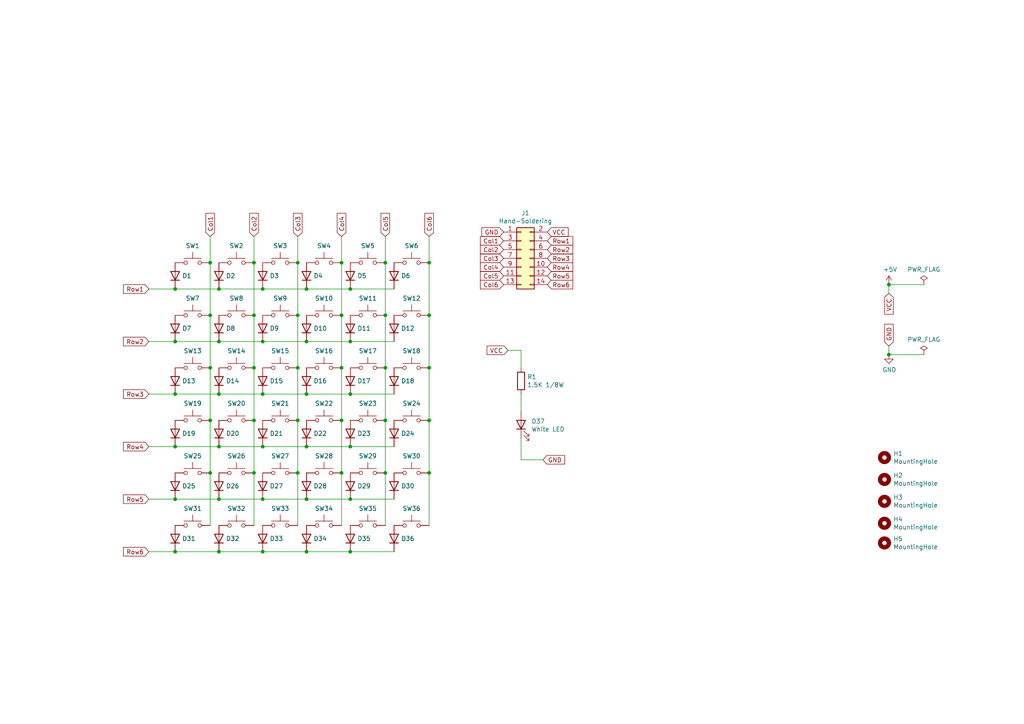
<source format=kicad_sch>
(kicad_sch (version 20211123) (generator eeschema)
  (paper "A4")
  (title_block (title "Pragmatic Input Module") (date "2021-11-20") (rev "v0.2") (company "Designed by James Sa"))
  (lib_symbols
    (symbol "Connector_Generic:Conn_02x07_Odd_Even" (pin_names (offset 1.016) hide)
      (property "Reference" "J" (at 1.27 10.16 0))
      (property "Value" "Conn_02x07_Odd_Even" (at 1.27 -10.16 0))
      (symbol "Conn_02x07_Odd_Even_1_1"
        (rectangle (start -1.27 -7.493) (end 0 -7.747) (stroke (width 0.1524)))
        (rectangle (start -1.27 -4.953) (end 0 -5.207) (stroke (width 0.1524)))
        (rectangle (start -1.27 -2.413) (end 0 -2.667) (stroke (width 0.1524)))
        (rectangle (start -1.27 0.127) (end 0 -0.127) (stroke (width 0.1524)))
        (rectangle (start -1.27 2.667) (end 0 2.413) (stroke (width 0.1524)))
        (rectangle (start -1.27 5.207) (end 0 4.953) (stroke (width 0.1524)))
        (rectangle (start -1.27 7.747) (end 0 7.493) (stroke (width 0.1524)))
        (rectangle (start -1.27 8.89) (end 3.81 -8.89) (stroke (width 0.254)) (fill (type background)))
        (rectangle (start 3.81 -7.493) (end 2.54 -7.747) (stroke (width 0.1524)))
        (rectangle (start 3.81 -4.953) (end 2.54 -5.207) (stroke (width 0.1524)))
        (rectangle (start 3.81 -2.413) (end 2.54 -2.667) (stroke (width 0.1524)))
        (rectangle (start 3.81 0.127) (end 2.54 -0.127) (stroke (width 0.1524)))
        (rectangle (start 3.81 2.667) (end 2.54 2.413) (stroke (width 0.1524)))
        (rectangle (start 3.81 5.207) (end 2.54 4.953) (stroke (width 0.1524)))
        (rectangle (start 3.81 7.747) (end 2.54 7.493) (stroke (width 0.1524)))
        (pin passive line (at -5.08 7.62 0) (length 3.81) (name "Pin_1") (number "1"))
        (pin passive line (at 7.62 -2.54 180) (length 3.81) (name "Pin_10") (number "10"))
        (pin passive line (at -5.08 -5.08 0) (length 3.81) (name "Pin_11") (number "11"))
        (pin passive line (at 7.62 -5.08 180) (length 3.81) (name "Pin_12") (number "12"))
        (pin passive line (at -5.08 -7.62 0) (length 3.81) (name "Pin_13") (number "13"))
        (pin passive line (at 7.62 -7.62 180) (length 3.81) (name "Pin_14") (number "14"))
        (pin passive line (at 7.62 7.62 180) (length 3.81) (name "Pin_2") (number "2"))
        (pin passive line (at -5.08 5.08 0) (length 3.81) (name "Pin_3") (number "3"))
        (pin passive line (at 7.62 5.08 180) (length 3.81) (name "Pin_4") (number "4"))
        (pin passive line (at -5.08 2.54 0) (length 3.81) (name "Pin_5") (number "5"))
        (pin passive line (at 7.62 2.54 180) (length 3.81) (name "Pin_6") (number "6"))
        (pin passive line (at -5.08 0 0) (length 3.81) (name "Pin_7") (number "7"))
        (pin passive line (at 7.62 0 180) (length 3.81) (name "Pin_8") (number "8"))
        (pin passive line (at -5.08 -2.54 0) (length 3.81) (name "Pin_9") (number "9"))
      )
    )
    (symbol "Device:D" (pin_numbers hide) (pin_names (offset 1.016) hide)
      (property "Reference" "D" (at 0 2.54 0))
      (property "Value" "D" (at 0 -2.54 0))
      (symbol "D_0_1"
        (polyline (pts (xy -1.27 1.27) (xy -1.27 -1.27)) (stroke (width 0.254)))
        (polyline (pts (xy 1.27 0) (xy -1.27 0)))
        (polyline (pts (xy 1.27 1.27) (xy 1.27 -1.27) (xy -1.27 0) (xy 1.27 1.27)) (stroke (width 0.254)))
      )
      (symbol "D_1_1"
        (pin passive line (at -3.81 0 0) (length 2.54) (name "K") (number "1"))
        (pin passive line (at 3.81 0 180) (length 2.54) (name "A") (number "2"))
      )
    )
    (symbol "Device:LED" (pin_numbers hide) (pin_names (offset 1.016) hide)
      (property "Reference" "D" (at 0 2.54 0))
      (property "Value" "LED" (at 0 -2.54 0))
      (symbol "LED_0_1"
        (polyline (pts (xy -1.27 -1.27) (xy -1.27 1.27)) (stroke (width 0.254)))
        (polyline (pts (xy -1.27 0) (xy 1.27 0)))
        (polyline (pts (xy 1.27 -1.27) (xy 1.27 1.27) (xy -1.27 0) (xy 1.27 -1.27)) (stroke (width 0.254)))
        (polyline (pts (xy -3.048 -0.762) (xy -4.572 -2.286) (xy -3.81 -2.286) (xy -4.572 -2.286) (xy -4.572 -1.524)))
        (polyline (pts (xy -1.778 -0.762) (xy -3.302 -2.286) (xy -2.54 -2.286) (xy -3.302 -2.286) (xy -3.302 -1.524)))
      )
      (symbol "LED_1_1"
        (pin passive line (at -3.81 0 0) (length 2.54) (name "K") (number "1"))
        (pin passive line (at 3.81 0 180) (length 2.54) (name "A") (number "2"))
      )
    )
    (symbol "Device:R" (pin_numbers hide) (pin_names (offset 0))
      (property "Reference" "R" (at 2.032 0 90))
      (property "Value" "R" (at 0 0 90))
      (symbol "R_0_1"
        (rectangle (start -1.016 -2.54) (end 1.016 2.54) (stroke (width 0.254)))
      )
      (symbol "R_1_1"
        (pin passive line (at 0 3.81 270) (length 1.27) (name "~") (number "1"))
        (pin passive line (at 0 -3.81 90) (length 1.27) (name "~") (number "2"))
      )
    )
    (symbol "Mechanical:MountingHole" (pin_names (offset 1.016))
      (property "Reference" "H" (at 0 5.08 0))
      (property "Value" "MountingHole" (at 0 3.175 0))
      (symbol "MountingHole_0_1"
        (circle (center 0 0) (radius 1.27) (stroke (width 1.27)))
      )
    )
    (symbol "Switch:SW_Push" (pin_numbers hide) (pin_names (offset 1.016) hide)
      (property "Reference" "SW" (at 1.27 2.54 0))
      (property "Value" "SW_Push" (at 0 -1.524 0))
      (symbol "SW_Push_0_1"
        (circle (center -2.032 0) (radius 0.508))
        (polyline (pts (xy 0 1.27) (xy 0 3.048)))
        (polyline (pts (xy 2.54 1.27) (xy -2.54 1.27)))
        (circle (center 2.032 0) (radius 0.508))
        (pin passive line (at -5.08 0 0) (length 2.54) (name "1") (number "1"))
        (pin passive line (at 5.08 0 180) (length 2.54) (name "2") (number "2"))
      )
    )
    (symbol "power:+5V" (power) (pin_names (offset 0))
      (property "Value" "+5V" (at 0 3.556 0))
      (symbol "+5V_0_1"
        (polyline (pts (xy -0.762 1.27) (xy 0 2.54)))
        (polyline (pts (xy 0 0) (xy 0 2.54)))
        (polyline (pts (xy 0 2.54) (xy 0.762 1.27)))
      )
      (symbol "+5V_1_1"
        (pin power_in line (at 0 0 90) (length 0) hide (name "+5V") (number "1"))
      )
    )
    (symbol "power:GND" (power) (pin_names (offset 0))
      (property "Value" "GND" (at 0 -3.81 0))
      (symbol "GND_0_1"
        (polyline (pts (xy 0 0) (xy 0 -1.27) (xy 1.27 -1.27) (xy 0 -2.54) (xy -1.27 -1.27) (xy 0 -1.27)))
      )
      (symbol "GND_1_1"
        (pin power_in line (at 0 0 270) (length 0) hide (name "GND") (number "1"))
      )
    )
    (symbol "power:PWR_FLAG" (power) (pin_numbers hide) (pin_names (offset 0) hide)
      (property "Value" "PWR_FLAG" (at 0 3.81 0))
      (symbol "PWR_FLAG_0_0"
        (pin power_out line (at 0 0 90) (length 0) (name "pwr") (number "1"))
      )
      (symbol "PWR_FLAG_0_1"
        (polyline (pts (xy 0 0) (xy 0 1.27) (xy -1.016 1.905) (xy 0 2.54) (xy 1.016 1.905) (xy 0 1.27)))
      )
    )
  )
  (junction (at 50.8 83.82))
  (junction (at 88.9 129.54))
  (junction (at 111.76 121.92))
  (junction (at 76.2 144.78))
  (junction (at 101.6 99.06))
  (junction (at 124.46 137.16))
  (junction (at 63.5 114.3))
  (junction (at 76.2 129.54))
  (junction (at 101.6 129.54))
  (junction (at 86.36 91.44))
  (junction (at 76.2 114.3))
  (junction (at 257.81 102.87))
  (junction (at 257.81 82.55))
  (junction (at 99.06 91.44))
  (junction (at 124.46 121.92))
  (junction (at 76.2 83.82))
  (junction (at 63.5 129.54))
  (junction (at 73.66 76.2))
  (junction (at 101.6 160.02))
  (junction (at 73.66 121.92))
  (junction (at 86.36 121.92))
  (junction (at 76.2 99.06))
  (junction (at 99.06 137.16))
  (junction (at 50.8 160.02))
  (junction (at 63.5 160.02))
  (junction (at 73.66 137.16))
  (junction (at 60.96 121.92))
  (junction (at 73.66 91.44))
  (junction (at 88.9 114.3))
  (junction (at 101.6 83.82))
  (junction (at 101.6 114.3))
  (junction (at 88.9 83.82))
  (junction (at 88.9 144.78))
  (junction (at 111.76 106.68))
  (junction (at 111.76 76.2))
  (junction (at 50.8 99.06))
  (junction (at 60.96 76.2))
  (junction (at 50.8 144.78))
  (junction (at 99.06 76.2))
  (junction (at 50.8 129.54))
  (junction (at 124.46 91.44))
  (junction (at 99.06 121.92))
  (junction (at 88.9 160.02))
  (junction (at 99.06 106.68))
  (junction (at 86.36 106.68))
  (junction (at 63.5 99.06))
  (junction (at 50.8 114.3))
  (junction (at 73.66 106.68))
  (junction (at 86.36 137.16))
  (junction (at 124.46 76.2))
  (junction (at 60.96 106.68))
  (junction (at 63.5 144.78))
  (junction (at 124.46 106.68))
  (junction (at 111.76 137.16))
  (junction (at 88.9 99.06))
  (junction (at 60.96 91.44))
  (junction (at 111.76 91.44))
  (junction (at 60.96 137.16))
  (junction (at 76.2 160.02))
  (junction (at 86.36 76.2))
  (junction (at 63.5 83.82))
  (junction (at 101.6 144.78))
  (wire (pts (xy 111.76 137.16) (xy 111.76 152.4)))
  (wire (pts (xy 76.2 83.82) (xy 88.9 83.82)))
  (wire (pts (xy 111.76 76.2) (xy 111.76 91.44)))
  (wire (pts (xy 101.6 129.54) (xy 114.3 129.54)))
  (wire (pts (xy 73.66 121.92) (xy 73.66 137.16)))
  (wire (pts (xy 99.06 106.68) (xy 99.06 121.92)))
  (wire (pts (xy 111.76 91.44) (xy 111.76 106.68)))
  (wire (pts (xy 63.5 144.78) (xy 76.2 144.78)))
  (wire (pts (xy 43.18 144.78) (xy 50.8 144.78)))
  (wire (pts (xy 76.2 114.3) (xy 88.9 114.3)))
  (wire (pts (xy 60.96 91.44) (xy 60.96 106.68)))
  (wire (pts (xy 99.06 68.58) (xy 99.06 76.2)))
  (wire (pts (xy 50.8 83.82) (xy 63.5 83.82)))
  (wire (pts (xy 257.81 82.55) (xy 267.97 82.55)))
  (wire (pts (xy 43.18 129.54) (xy 50.8 129.54)))
  (wire (pts (xy 101.6 83.82) (xy 114.3 83.82)))
  (wire (pts (xy 60.96 68.58) (xy 60.96 76.2)))
  (wire (pts (xy 147.32 101.6) (xy 151.13 101.6)))
  (wire (pts (xy 60.96 76.2) (xy 60.96 91.44)))
  (wire (pts (xy 63.5 99.06) (xy 76.2 99.06)))
  (wire (pts (xy 99.06 121.92) (xy 99.06 137.16)))
  (wire (pts (xy 50.8 114.3) (xy 63.5 114.3)))
  (wire (pts (xy 60.96 106.68) (xy 60.96 121.92)))
  (wire (pts (xy 99.06 137.16) (xy 99.06 152.4)))
  (wire (pts (xy 60.96 137.16) (xy 60.96 152.4)))
  (wire (pts (xy 73.66 91.44) (xy 73.66 106.68)))
  (wire (pts (xy 101.6 144.78) (xy 114.3 144.78)))
  (wire (pts (xy 124.46 68.58) (xy 124.46 76.2)))
  (wire (pts (xy 50.8 160.02) (xy 63.5 160.02)))
  (wire (pts (xy 88.9 83.82) (xy 101.6 83.82)))
  (wire (pts (xy 124.46 76.2) (xy 124.46 91.44)))
  (wire (pts (xy 86.36 91.44) (xy 86.36 106.68)))
  (wire (pts (xy 63.5 160.02) (xy 76.2 160.02)))
  (wire (pts (xy 50.8 99.06) (xy 63.5 99.06)))
  (wire (pts (xy 60.96 121.92) (xy 60.96 137.16)))
  (wire (pts (xy 101.6 114.3) (xy 114.3 114.3)))
  (wire (pts (xy 86.36 68.58) (xy 86.36 76.2)))
  (wire (pts (xy 257.81 100.33) (xy 257.81 102.87)))
  (wire (pts (xy 76.2 144.78) (xy 88.9 144.78)))
  (wire (pts (xy 73.66 137.16) (xy 73.66 152.4)))
  (wire (pts (xy 88.9 99.06) (xy 101.6 99.06)))
  (wire (pts (xy 124.46 137.16) (xy 124.46 152.4)))
  (wire (pts (xy 151.13 127) (xy 151.13 133.35)))
  (wire (pts (xy 124.46 121.92) (xy 124.46 137.16)))
  (wire (pts (xy 88.9 114.3) (xy 101.6 114.3)))
  (wire (pts (xy 101.6 99.06) (xy 114.3 99.06)))
  (wire (pts (xy 63.5 129.54) (xy 76.2 129.54)))
  (wire (pts (xy 43.18 114.3) (xy 50.8 114.3)))
  (wire (pts (xy 86.36 137.16) (xy 86.36 152.4)))
  (wire (pts (xy 124.46 91.44) (xy 124.46 106.68)))
  (wire (pts (xy 99.06 76.2) (xy 99.06 91.44)))
  (wire (pts (xy 76.2 129.54) (xy 88.9 129.54)))
  (wire (pts (xy 88.9 160.02) (xy 101.6 160.02)))
  (wire (pts (xy 99.06 91.44) (xy 99.06 106.68)))
  (wire (pts (xy 50.8 129.54) (xy 63.5 129.54)))
  (wire (pts (xy 101.6 160.02) (xy 114.3 160.02)))
  (wire (pts (xy 43.18 160.02) (xy 50.8 160.02)))
  (wire (pts (xy 111.76 106.68) (xy 111.76 121.92)))
  (wire (pts (xy 111.76 68.58) (xy 111.76 76.2)))
  (wire (pts (xy 86.36 76.2) (xy 86.36 91.44)))
  (wire (pts (xy 76.2 99.06) (xy 88.9 99.06)))
  (wire (pts (xy 63.5 114.3) (xy 76.2 114.3)))
  (wire (pts (xy 76.2 160.02) (xy 88.9 160.02)))
  (wire (pts (xy 50.8 144.78) (xy 63.5 144.78)))
  (wire (pts (xy 151.13 114.3) (xy 151.13 119.38)))
  (wire (pts (xy 63.5 83.82) (xy 76.2 83.82)))
  (wire (pts (xy 257.81 82.55) (xy 257.81 85.09)))
  (wire (pts (xy 111.76 121.92) (xy 111.76 137.16)))
  (wire (pts (xy 267.97 102.87) (xy 257.81 102.87)))
  (wire (pts (xy 88.9 129.54) (xy 101.6 129.54)))
  (wire (pts (xy 86.36 106.68) (xy 86.36 121.92)))
  (wire (pts (xy 151.13 133.35) (xy 157.48 133.35)))
  (wire (pts (xy 73.66 76.2) (xy 73.66 91.44)))
  (wire (pts (xy 124.46 106.68) (xy 124.46 121.92)))
  (wire (pts (xy 86.36 121.92) (xy 86.36 137.16)))
  (wire (pts (xy 43.18 83.82) (xy 50.8 83.82)))
  (wire (pts (xy 73.66 68.58) (xy 73.66 76.2)))
  (wire (pts (xy 73.66 106.68) (xy 73.66 121.92)))
  (wire (pts (xy 151.13 101.6) (xy 151.13 106.68)))
  (wire (pts (xy 88.9 144.78) (xy 101.6 144.78)))
  (wire (pts (xy 43.18 99.06) (xy 50.8 99.06)))
  (global_label "GND" (shape input) (at 257.81 100.33 90) (property "Intersheet References" "${INTERSHEET_REFS}" (effects hide)))
  (global_label "VCC" (shape input) (at 257.81 85.09 270) (property "Intersheet References" "${INTERSHEET_REFS}" (effects hide)))
  (global_label "Row5" (shape input) (at 43.18 144.78 180) (property "Intersheet References" "${INTERSHEET_REFS}" (effects hide)))
  (global_label "Row3" (shape input) (at 158.75 74.93 0) (property "Intersheet References" "${INTERSHEET_REFS}" (effects hide)))
  (global_label "Row1" (shape input) (at 158.75 69.85 0) (property "Intersheet References" "${INTERSHEET_REFS}" (effects hide)))
  (global_label "Col1" (shape input) (at 146.05 69.85 180) (property "Intersheet References" "${INTERSHEET_REFS}" (effects hide)))
  (global_label "Row4" (shape input) (at 158.75 77.47 0) (property "Intersheet References" "${INTERSHEET_REFS}" (effects hide)))
  (global_label "Col4" (shape input) (at 146.05 77.47 180) (property "Intersheet References" "${INTERSHEET_REFS}" (effects hide)))
  (global_label "Col2" (shape input) (at 146.05 72.39 180) (property "Intersheet References" "${INTERSHEET_REFS}" (effects hide)))
  (global_label "Row6" (shape input) (at 43.18 160.02 180) (property "Intersheet References" "${INTERSHEET_REFS}" (effects hide)))
  (global_label "Col4" (shape input) (at 99.06 68.58 90) (property "Intersheet References" "${INTERSHEET_REFS}" (effects hide)))
  (global_label "GND" (shape input) (at 146.05 67.31 180) (property "Intersheet References" "${INTERSHEET_REFS}" (effects hide)))
  (global_label "Col6" (shape input) (at 146.05 82.55 180) (property "Intersheet References" "${INTERSHEET_REFS}" (effects hide)))
  (global_label "Col2" (shape input) (at 73.66 68.58 90) (property "Intersheet References" "${INTERSHEET_REFS}" (effects hide)))
  (global_label "Col3" (shape input) (at 146.05 74.93 180) (property "Intersheet References" "${INTERSHEET_REFS}" (effects hide)))
  (global_label "Row5" (shape input) (at 158.75 80.01 0) (property "Intersheet References" "${INTERSHEET_REFS}" (effects hide)))
  (global_label "Row2" (shape input) (at 158.75 72.39 0) (property "Intersheet References" "${INTERSHEET_REFS}" (effects hide)))
  (global_label "Col1" (shape input) (at 60.96 68.58 90) (property "Intersheet References" "${INTERSHEET_REFS}" (effects hide)))
  (global_label "Row1" (shape input) (at 43.18 83.82 180) (property "Intersheet References" "${INTERSHEET_REFS}" (effects hide)))
  (global_label "Row6" (shape input) (at 158.75 82.55 0) (property "Intersheet References" "${INTERSHEET_REFS}" (effects hide)))
  (global_label "Col6" (shape input) (at 124.46 68.58 90) (property "Intersheet References" "${INTERSHEET_REFS}" (effects hide)))
  (global_label "GND" (shape input) (at 157.48 133.35 0) (property "Intersheet References" "${INTERSHEET_REFS}" (effects hide)))
  (global_label "VCC" (shape input) (at 158.75 67.31 0) (property "Intersheet References" "${INTERSHEET_REFS}" (effects hide)))
  (global_label "Row3" (shape input) (at 43.18 114.3 180) (property "Intersheet References" "${INTERSHEET_REFS}" (effects hide)))
  (global_label "Col3" (shape input) (at 86.36 68.58 90) (property "Intersheet References" "${INTERSHEET_REFS}" (effects hide)))
  (global_label "Row4" (shape input) (at 43.18 129.54 180) (property "Intersheet References" "${INTERSHEET_REFS}" (effects hide)))
  (global_label "Row2" (shape input) (at 43.18 99.06 180) (property "Intersheet References" "${INTERSHEET_REFS}" (effects hide)))
  (global_label "VCC" (shape input) (at 147.32 101.6 180) (property "Intersheet References" "${INTERSHEET_REFS}" (effects hide)))
  (global_label "Col5" (shape input) (at 146.05 80.01 180) (property "Intersheet References" "${INTERSHEET_REFS}" (effects hide)))
  (global_label "Col5" (shape input) (at 111.76 68.58 90) (property "Intersheet References" "${INTERSHEET_REFS}" (effects hide)))
  (symbol (lib_id "power:+5V") (at 257.81 82.55 0) (unit 1)
    (property "Reference" "#PWR01" (effects hide))
    (property "Value" "+5V" (at 258.191 78.1558 0))
  )
  (symbol (lib_id "power:PWR_FLAG") (at 267.97 82.55 0) (unit 1)
    (property "Reference" "#FLG0101" (effects hide))
    (property "Value" "PWR_FLAG" (at 267.97 78.1558 0))
  )
  (symbol (lib_id "Device:D") (at 50.8 95.25 90) (unit 1)
    (property "Reference" "D7" (at 52.832 95.25 90) (effects (justify right)))
    (property "Value" "1N4148" (effects hide))
    (property "Footprint" "Pragmatic:D_SMD_With_Shadow" (effects hide))
    (property "LCSC" "C81598" (effects hide))
  )
  (symbol (lib_id "Switch:SW_Push") (at 55.88 91.44 0) (unit 1)
    (property "Reference" "SW7" (at 55.88 86.5378 0))
    (property "Value" "SW_Push" (effects hide))
    (property "Footprint" "Pragmatic:Switch_1u_Mirrored" (effects hide))
  )
  (symbol (lib_id "power:PWR_FLAG") (at 267.97 102.87 0) (unit 1)
    (property "Reference" "#FLG0102" (effects hide))
    (property "Value" "PWR_FLAG" (at 267.97 98.4758 0))
  )
  (symbol (lib_id "Device:D") (at 50.8 125.73 90) (unit 1)
    (property "Reference" "D19" (at 52.832 125.73 90) (effects (justify right)))
    (property "Value" "1N4148" (effects hide))
    (property "Footprint" "Pragmatic:D_SMD_With_Shadow" (effects hide))
    (property "LCSC" "C81598" (effects hide))
  )
  (symbol (lib_id "Switch:SW_Push") (at 55.88 121.92 0) (unit 1)
    (property "Reference" "SW19" (at 55.88 117.0178 0))
    (property "Value" "SW_Push" (effects hide))
    (property "Footprint" "Pragmatic:Switch_1u_Mirrored" (effects hide))
  )
  (symbol (lib_id "Device:D") (at 63.5 95.25 90) (unit 1)
    (property "Reference" "D8" (at 65.532 95.25 90) (effects (justify right)))
    (property "Value" "1N4148" (effects hide))
    (property "Footprint" "Pragmatic:D_SMD_With_Shadow" (effects hide))
    (property "LCSC" "C81598" (effects hide))
  )
  (symbol (lib_id "Switch:SW_Push") (at 68.58 91.44 0) (unit 1)
    (property "Reference" "SW8" (at 68.58 86.5378 0))
    (property "Value" "SW_Push" (effects hide))
    (property "Footprint" "Pragmatic:Switch_1u_Mirrored" (effects hide))
  )
  (symbol (lib_id "power:GND") (at 257.81 102.87 0) (unit 1)
    (property "Reference" "#PWR02" (effects hide))
    (property "Value" "GND" (at 257.937 107.2642 0))
  )
  (symbol (lib_id "Device:D") (at 76.2 80.01 90) (unit 1)
    (property "Reference" "D3" (at 78.232 80.01 90) (effects (justify right)))
    (property "Value" "1N4148" (effects hide))
    (property "Footprint" "Pragmatic:D_SMD_With_Shadow" (effects hide))
    (property "LCSC" "C81598" (effects hide))
  )
  (symbol (lib_id "Switch:SW_Push") (at 81.28 76.2 0) (unit 1)
    (property "Reference" "SW3" (at 81.28 71.2978 0))
    (property "Value" "SW_Push" (effects hide))
    (property "Footprint" "Pragmatic:Switch_1u_Mirrored" (effects hide))
  )
  (symbol (lib_id "Device:D") (at 88.9 80.01 90) (unit 1)
    (property "Reference" "D4" (at 90.932 80.01 90) (effects (justify right)))
    (property "Value" "1N4148" (effects hide))
    (property "Footprint" "Pragmatic:D_SMD_With_Shadow" (effects hide))
    (property "LCSC" "C81598" (effects hide))
  )
  (symbol (lib_id "Switch:SW_Push") (at 93.98 76.2 0) (unit 1)
    (property "Reference" "SW4" (at 93.98 71.2978 0))
    (property "Value" "SW_Push" (effects hide))
    (property "Footprint" "Pragmatic:Switch_1u_Mirrored" (effects hide))
  )
  (symbol (lib_id "Device:D") (at 101.6 80.01 90) (unit 1)
    (property "Reference" "D5" (at 103.632 80.01 90) (effects (justify right)))
    (property "Value" "1N4148" (effects hide))
    (property "Footprint" "Pragmatic:D_SMD_With_Shadow" (effects hide))
    (property "LCSC" "C81598" (effects hide))
  )
  (symbol (lib_id "Switch:SW_Push") (at 106.68 76.2 0) (unit 1)
    (property "Reference" "SW5" (at 106.68 71.2978 0))
    (property "Value" "SW_Push" (effects hide))
    (property "Footprint" "Pragmatic:Switch_1u_Mirrored" (effects hide))
  )
  (symbol (lib_id "Device:D") (at 114.3 80.01 90) (unit 1)
    (property "Reference" "D6" (at 116.332 80.01 90) (effects (justify right)))
    (property "Value" "1N4148" (effects hide))
    (property "Footprint" "Pragmatic:D_SMD_With_Shadow" (effects hide))
    (property "LCSC" "C81598" (effects hide))
  )
  (symbol (lib_id "Switch:SW_Push") (at 119.38 76.2 0) (unit 1)
    (property "Reference" "SW6" (at 119.38 71.2978 0))
    (property "Value" "SW_Push" (effects hide))
    (property "Footprint" "Pragmatic:Switch_1u_Mirrored" (effects hide))
  )
  (symbol (lib_id "Device:D") (at 50.8 80.01 90) (unit 1)
    (property "Reference" "D1" (at 52.832 80.01 90) (effects (justify right)))
    (property "Value" "1N4148" (effects hide))
    (property "Footprint" "Pragmatic:D_SMD_With_Shadow" (effects hide))
    (property "Datasheet" "https://datasheet.lcsc.com/lcsc/1811061725_ST-Semtech-1N4148W_C81598.pdf" (effects hide))
    (property "LCSC" "C81598" (effects hide))
  )
  (symbol (lib_id "Switch:SW_Push") (at 55.88 76.2 0) (unit 1)
    (property "Reference" "SW1" (at 55.88 71.2978 0))
    (property "Value" "SW_Push" (effects hide))
    (property "Footprint" "Pragmatic:Switch_1u_Mirrored" (effects hide))
  )
  (symbol (lib_id "Device:D") (at 63.5 80.01 90) (unit 1)
    (property "Reference" "D2" (at 65.532 80.01 90) (effects (justify right)))
    (property "Value" "1N4148" (effects hide))
    (property "Footprint" "Pragmatic:D_SMD_With_Shadow" (effects hide))
    (property "LCSC" "C81598" (effects hide))
  )
  (symbol (lib_id "Switch:SW_Push") (at 68.58 76.2 0) (unit 1)
    (property "Reference" "SW2" (at 68.58 71.2978 0))
    (property "Value" "SW_Push" (effects hide))
    (property "Footprint" "Pragmatic:Switch_1u_Mirrored" (effects hide))
  )
  (symbol (lib_id "Device:D") (at 76.2 95.25 90) (unit 1)
    (property "Reference" "D9" (at 78.232 95.25 90) (effects (justify right)))
    (property "Value" "1N4148" (effects hide))
    (property "Footprint" "Pragmatic:D_SMD_With_Shadow" (effects hide))
    (property "LCSC" "C81598" (effects hide))
  )
  (symbol (lib_id "Switch:SW_Push") (at 81.28 91.44 0) (unit 1)
    (property "Reference" "SW9" (at 81.28 86.5378 0))
    (property "Value" "SW_Push" (effects hide))
    (property "Footprint" "Pragmatic:Switch_1u_Mirrored" (effects hide))
  )
  (symbol (lib_id "Device:D") (at 88.9 95.25 90) (unit 1)
    (property "Reference" "D10" (at 90.932 95.25 90) (effects (justify right)))
    (property "Value" "1N4148" (effects hide))
    (property "Footprint" "Pragmatic:D_SMD_With_Shadow" (effects hide))
    (property "LCSC" "C81598" (effects hide))
  )
  (symbol (lib_id "Switch:SW_Push") (at 93.98 91.44 0) (unit 1)
    (property "Reference" "SW10" (at 93.98 86.5378 0))
    (property "Value" "SW_Push" (effects hide))
    (property "Footprint" "Pragmatic:Switch_1u_Mirrored" (effects hide))
  )
  (symbol (lib_id "Device:D") (at 101.6 95.25 90) (unit 1)
    (property "Reference" "D11" (at 103.632 95.25 90) (effects (justify right)))
    (property "Value" "1N4148" (effects hide))
    (property "Footprint" "Pragmatic:D_SMD_With_Shadow" (effects hide))
    (property "LCSC" "C81598" (effects hide))
  )
  (symbol (lib_id "Switch:SW_Push") (at 106.68 91.44 0) (unit 1)
    (property "Reference" "SW11" (at 106.68 86.5378 0))
    (property "Value" "SW_Push" (effects hide))
    (property "Footprint" "Pragmatic:Switch_1u_Mirrored" (effects hide))
  )
  (symbol (lib_id "Device:D") (at 114.3 95.25 90) (unit 1)
    (property "Reference" "D12" (at 116.332 95.25 90) (effects (justify right)))
    (property "Value" "1N4148" (effects hide))
    (property "Footprint" "Pragmatic:D_SMD_With_Shadow" (effects hide))
    (property "LCSC" "C81598" (effects hide))
  )
  (symbol (lib_id "Switch:SW_Push") (at 119.38 91.44 0) (unit 1)
    (property "Reference" "SW12" (at 119.38 86.5378 0))
    (property "Value" "SW_Push" (effects hide))
    (property "Footprint" "Pragmatic:Switch_1u_Mirrored" (effects hide))
  )
  (symbol (lib_id "Device:D") (at 63.5 110.49 90) (unit 1)
    (property "Reference" "D14" (at 65.532 110.49 90) (effects (justify right)))
    (property "Value" "1N4148" (effects hide))
    (property "Footprint" "Pragmatic:D_SMD_With_Shadow" (effects hide))
    (property "LCSC" "C81598" (effects hide))
  )
  (symbol (lib_id "Switch:SW_Push") (at 68.58 106.68 0) (unit 1)
    (property "Reference" "SW14" (at 68.58 101.7778 0))
    (property "Value" "SW_Push" (effects hide))
    (property "Footprint" "Pragmatic:Switch_1u_Mirrored" (effects hide))
  )
  (symbol (lib_id "Device:D") (at 76.2 110.49 90) (unit 1)
    (property "Reference" "D15" (at 78.232 110.49 90) (effects (justify right)))
    (property "Value" "1N4148" (effects hide))
    (property "Footprint" "Pragmatic:D_SMD_With_Shadow" (effects hide))
    (property "LCSC" "C81598" (effects hide))
  )
  (symbol (lib_id "Switch:SW_Push") (at 81.28 106.68 0) (unit 1)
    (property "Reference" "SW15" (at 81.28 101.7778 0))
    (property "Value" "SW_Push" (effects hide))
    (property "Footprint" "Pragmatic:Switch_1u_Mirrored" (effects hide))
  )
  (symbol (lib_id "Device:D") (at 88.9 110.49 90) (unit 1)
    (property "Reference" "D16" (at 90.932 110.49 90) (effects (justify right)))
    (property "Value" "1N4148" (effects hide))
    (property "Footprint" "Pragmatic:D_SMD_With_Shadow" (effects hide))
    (property "LCSC" "C81598" (effects hide))
  )
  (symbol (lib_id "Switch:SW_Push") (at 93.98 106.68 0) (unit 1)
    (property "Reference" "SW16" (at 93.98 101.7778 0))
    (property "Value" "SW_Push" (effects hide))
    (property "Footprint" "Pragmatic:Switch_1u_Mirrored" (effects hide))
  )
  (symbol (lib_id "Device:D") (at 101.6 110.49 90) (unit 1)
    (property "Reference" "D17" (at 103.632 110.49 90) (effects (justify right)))
    (property "Value" "1N4148" (effects hide))
    (property "Footprint" "Pragmatic:D_SMD_With_Shadow" (effects hide))
    (property "LCSC" "C81598" (effects hide))
  )
  (symbol (lib_id "Switch:SW_Push") (at 106.68 106.68 0) (unit 1)
    (property "Reference" "SW17" (at 106.68 101.7778 0))
    (property "Value" "SW_Push" (effects hide))
    (property "Footprint" "Pragmatic:Switch_1u_Mirrored" (effects hide))
  )
  (symbol (lib_id "Device:D") (at 114.3 110.49 90) (unit 1)
    (property "Reference" "D18" (at 116.332 110.49 90) (effects (justify right)))
    (property "Value" "1N4148" (effects hide))
    (property "Footprint" "Pragmatic:D_SMD_With_Shadow" (effects hide))
    (property "LCSC" "C81598" (effects hide))
  )
  (symbol (lib_id "Switch:SW_Push") (at 119.38 106.68 0) (unit 1)
    (property "Reference" "SW18" (at 119.38 101.7778 0))
    (property "Value" "SW_Push" (effects hide))
    (property "Footprint" "Pragmatic:Switch_1u_Mirrored" (effects hide))
  )
  (symbol (lib_id "Device:D") (at 50.8 110.49 90) (unit 1)
    (property "Reference" "D13" (at 52.832 110.49 90) (effects (justify right)))
    (property "Value" "1N4148" (effects hide))
    (property "Footprint" "Pragmatic:D_SMD_With_Shadow" (effects hide))
    (property "LCSC" "C81598" (effects hide))
  )
  (symbol (lib_id "Switch:SW_Push") (at 55.88 106.68 0) (unit 1)
    (property "Reference" "SW13" (at 55.88 101.7778 0))
    (property "Value" "SW_Push" (effects hide))
    (property "Footprint" "Pragmatic:Switch_1u_Mirrored" (effects hide))
  )
  (symbol (lib_id "Device:D") (at 63.5 125.73 90) (unit 1)
    (property "Reference" "D20" (at 65.532 125.73 90) (effects (justify right)))
    (property "Value" "1N4148" (effects hide))
    (property "Footprint" "Pragmatic:D_SMD_With_Shadow" (effects hide))
    (property "LCSC" "C81598" (effects hide))
  )
  (symbol (lib_id "Switch:SW_Push") (at 68.58 121.92 0) (unit 1)
    (property "Reference" "SW20" (at 68.58 117.0178 0))
    (property "Value" "SW_Push" (effects hide))
    (property "Footprint" "Pragmatic:Switch_1u_Mirrored" (effects hide))
  )
  (symbol (lib_id "Device:D") (at 76.2 125.73 90) (unit 1)
    (property "Reference" "D21" (at 78.232 125.73 90) (effects (justify right)))
    (property "Value" "1N4148" (effects hide))
    (property "Footprint" "Pragmatic:D_SMD_With_Shadow" (effects hide))
    (property "LCSC" "C81598" (effects hide))
  )
  (symbol (lib_id "Switch:SW_Push") (at 81.28 121.92 0) (unit 1)
    (property "Reference" "SW21" (at 81.28 117.0178 0))
    (property "Value" "SW_Push" (effects hide))
    (property "Footprint" "Pragmatic:Switch_1u_Mirrored" (effects hide))
  )
  (symbol (lib_id "Device:D") (at 88.9 125.73 90) (unit 1)
    (property "Reference" "D22" (at 90.932 125.73 90) (effects (justify right)))
    (property "Value" "1N4148" (effects hide))
    (property "Footprint" "Pragmatic:D_SMD_With_Shadow" (effects hide))
    (property "LCSC" "C81598" (effects hide))
  )
  (symbol (lib_id "Switch:SW_Push") (at 93.98 121.92 0) (unit 1)
    (property "Reference" "SW22" (at 93.98 117.0178 0))
    (property "Value" "SW_Push" (effects hide))
    (property "Footprint" "Pragmatic:Switch_1u_Mirrored" (effects hide))
  )
  (symbol (lib_id "Device:D") (at 101.6 125.73 90) (unit 1)
    (property "Reference" "D23" (at 103.632 125.73 90) (effects (justify right)))
    (property "Value" "1N4148" (effects hide))
    (property "Footprint" "Pragmatic:D_SMD_With_Shadow" (effects hide))
    (property "LCSC" "C81598" (effects hide))
  )
  (symbol (lib_id "Switch:SW_Push") (at 106.68 121.92 0) (unit 1)
    (property "Reference" "SW23" (at 106.68 117.0178 0))
    (property "Value" "SW_Push" (effects hide))
    (property "Footprint" "Pragmatic:Switch_1u_Mirrored" (effects hide))
  )
  (symbol (lib_id "Device:D") (at 114.3 125.73 90) (unit 1)
    (property "Reference" "D24" (at 116.332 125.73 90) (effects (justify right)))
    (property "Value" "1N4148" (effects hide))
    (property "Footprint" "Pragmatic:D_SMD_With_Shadow" (effects hide))
    (property "LCSC" "C81598" (effects hide))
  )
  (symbol (lib_id "Switch:SW_Push") (at 119.38 121.92 0) (unit 1)
    (property "Reference" "SW24" (at 119.38 117.0178 0))
    (property "Value" "SW_Push" (effects hide))
    (property "Footprint" "Pragmatic:Switch_1u_Mirrored" (effects hide))
  )
  (symbol (lib_id "Device:D") (at 50.8 140.97 90) (unit 1)
    (property "Reference" "D25" (at 52.832 140.97 90) (effects (justify right)))
    (property "Value" "1N4148" (effects hide))
    (property "Footprint" "Pragmatic:D_SMD_With_Shadow" (effects hide))
    (property "LCSC" "C81598" (effects hide))
  )
  (symbol (lib_id "Switch:SW_Push") (at 55.88 137.16 0) (unit 1)
    (property "Reference" "SW25" (at 55.88 132.2578 0))
    (property "Value" "SW_Push" (effects hide))
    (property "Footprint" "Pragmatic:Switch_1u_Mirrored" (effects hide))
  )
  (symbol (lib_id "Device:D") (at 63.5 140.97 90) (unit 1)
    (property "Reference" "D26" (at 65.532 140.97 90) (effects (justify right)))
    (property "Value" "1N4148" (effects hide))
    (property "Footprint" "Pragmatic:D_SMD_With_Shadow" (effects hide))
    (property "LCSC" "C81598" (effects hide))
  )
  (symbol (lib_id "Switch:SW_Push") (at 68.58 137.16 0) (unit 1)
    (property "Reference" "SW26" (at 68.58 132.2578 0))
    (property "Value" "SW_Push" (effects hide))
    (property "Footprint" "Pragmatic:Switch_1u_Mirrored" (effects hide))
  )
  (symbol (lib_id "Device:D") (at 76.2 140.97 90) (unit 1)
    (property "Reference" "D27" (at 78.232 140.97 90) (effects (justify right)))
    (property "Value" "1N4148" (effects hide))
    (property "Footprint" "Pragmatic:D_SMD_With_Shadow" (effects hide))
    (property "LCSC" "C81598" (effects hide))
  )
  (symbol (lib_id "Switch:SW_Push") (at 81.28 137.16 0) (unit 1)
    (property "Reference" "SW27" (at 81.28 132.2578 0))
    (property "Value" "SW_Push" (effects hide))
    (property "Footprint" "Pragmatic:Switch_1u_Mirrored" (effects hide))
  )
  (symbol (lib_id "Device:D") (at 88.9 140.97 90) (unit 1)
    (property "Reference" "D28" (at 90.932 140.97 90) (effects (justify right)))
    (property "Value" "1N4148" (effects hide))
    (property "Footprint" "Pragmatic:D_SMD_With_Shadow" (effects hide))
    (property "LCSC" "C81598" (effects hide))
  )
  (symbol (lib_id "Switch:SW_Push") (at 93.98 137.16 0) (unit 1)
    (property "Reference" "SW28" (at 93.98 132.2578 0))
    (property "Value" "SW_Push" (effects hide))
    (property "Footprint" "Pragmatic:Switch_1u_Mirrored" (effects hide))
  )
  (symbol (lib_id "Device:D") (at 101.6 140.97 90) (unit 1)
    (property "Reference" "D29" (at 103.632 140.97 90) (effects (justify right)))
    (property "Value" "1N4148" (effects hide))
    (property "Footprint" "Pragmatic:D_SMD_With_Shadow" (effects hide))
    (property "LCSC" "C81598" (effects hide))
  )
  (symbol (lib_id "Switch:SW_Push") (at 106.68 137.16 0) (unit 1)
    (property "Reference" "SW29" (at 106.68 132.2578 0))
    (property "Value" "SW_Push" (effects hide))
    (property "Footprint" "Pragmatic:Switch_1u_Mirrored" (effects hide))
  )
  (symbol (lib_id "Device:D") (at 114.3 140.97 90) (unit 1)
    (property "Reference" "D30" (at 116.332 140.97 90) (effects (justify right)))
    (property "Value" "1N4148" (effects hide))
    (property "Footprint" "Pragmatic:D_SMD_With_Shadow" (effects hide))
    (property "LCSC" "C81598" (effects hide))
  )
  (symbol (lib_id "Switch:SW_Push") (at 119.38 137.16 0) (unit 1)
    (property "Reference" "SW30" (at 119.38 132.2578 0))
    (property "Value" "SW_Push" (effects hide))
    (property "Footprint" "Pragmatic:Switch_1u_Mirrored" (effects hide))
  )
  (symbol (lib_id "Device:D") (at 50.8 156.21 90) (unit 1)
    (property "Reference" "D31" (at 52.832 156.21 90) (effects (justify right)))
    (property "Value" "1N4148" (effects hide))
    (property "Footprint" "Pragmatic:D_SMD_With_Shadow" (effects hide))
    (property "LCSC" "C81598" (effects hide))
  )
  (symbol (lib_id "Switch:SW_Push") (at 55.88 152.4 0) (unit 1)
    (property "Reference" "SW31" (at 55.88 147.4978 0))
    (property "Value" "SW_Push" (effects hide))
    (property "Footprint" "Pragmatic:Switch_1u_Mirrored" (effects hide))
  )
  (symbol (lib_id "Device:D") (at 63.5 156.21 90) (unit 1)
    (property "Reference" "D32" (at 65.532 156.21 90) (effects (justify right)))
    (property "Value" "1N4148" (effects hide))
    (property "Footprint" "Pragmatic:D_SMD_With_Shadow" (effects hide))
    (property "LCSC" "C81598" (effects hide))
  )
  (symbol (lib_id "Switch:SW_Push") (at 68.58 152.4 0) (unit 1)
    (property "Reference" "SW32" (at 68.58 147.4978 0))
    (property "Value" "SW_Push" (effects hide))
    (property "Footprint" "Pragmatic:Switch_1u_Mirrored" (effects hide))
  )
  (symbol (lib_id "Device:D") (at 76.2 156.21 90) (unit 1)
    (property "Reference" "D33" (at 78.232 156.21 90) (effects (justify right)))
    (property "Value" "1N4148" (effects hide))
    (property "Footprint" "Pragmatic:D_SMD_With_Shadow" (effects hide))
    (property "LCSC" "C81598" (effects hide))
  )
  (symbol (lib_id "Switch:SW_Push") (at 81.28 152.4 0) (unit 1)
    (property "Reference" "SW33" (at 81.28 147.4978 0))
    (property "Value" "SW_Push" (effects hide))
    (property "Footprint" "Pragmatic:Switch_1u_Mirrored" (effects hide))
  )
  (symbol (lib_id "Device:D") (at 88.9 156.21 90) (unit 1)
    (property "Reference" "D34" (at 90.932 156.21 90) (effects (justify right)))
    (property "Value" "1N4148" (effects hide))
    (property "Footprint" "Pragmatic:D_SMD_With_Shadow" (effects hide))
    (property "LCSC" "C81598" (effects hide))
  )
  (symbol (lib_id "Switch:SW_Push") (at 93.98 152.4 0) (unit 1)
    (property "Reference" "SW34" (at 93.98 147.4978 0))
    (property "Value" "SW_Push" (effects hide))
    (property "Footprint" "Pragmatic:Switch_1u_Mirrored" (effects hide))
  )
  (symbol (lib_id "Device:D") (at 101.6 156.21 90) (unit 1)
    (property "Reference" "D35" (at 103.632 156.21 90) (effects (justify right)))
    (property "Value" "1N4148" (effects hide))
    (property "Footprint" "Pragmatic:D_SMD_With_Shadow" (effects hide))
    (property "LCSC" "C81598" (effects hide))
  )
  (symbol (lib_id "Switch:SW_Push") (at 106.68 152.4 0) (unit 1)
    (property "Reference" "SW35" (at 106.68 147.4978 0))
    (property "Value" "SW_Push" (effects hide))
    (property "Footprint" "Pragmatic:Switch_1u_Mirrored" (effects hide))
  )
  (symbol (lib_id "Device:D") (at 114.3 156.21 90) (unit 1)
    (property "Reference" "D36" (at 116.332 156.21 90) (effects (justify right)))
    (property "Value" "1N4148" (effects hide))
    (property "Footprint" "Pragmatic:D_SMD_With_Shadow" (effects hide))
    (property "LCSC" "C81598" (effects hide))
  )
  (symbol (lib_id "Switch:SW_Push") (at 119.38 152.4 0) (unit 1)
    (property "Reference" "SW36" (at 119.38 147.4978 0))
    (property "Value" "SW_Push" (effects hide))
    (property "Footprint" "Pragmatic:Switch_1u_Mirrored" (effects hide))
  )
  (symbol (lib_id "Mechanical:MountingHole") (at 256.54 157.48 0) (unit 1)
    (property "Reference" "H5" (at 259.08 156.3116 0) (effects (justify left)))
    (property "Value" "MountingHole" (at 259.08 158.623 0) (effects (justify left)))
    (property "Footprint" "MountingHole:MountingHole_3.2mm_M3" (effects hide))
  )
  (symbol (lib_id "Device:R") (at 151.13 110.49 0) (unit 1)
    (property "Reference" "R1" (at 152.908 109.3216 0) (effects (justify left)))
    (property "Value" "1.5K 1/8W" (at 152.908 111.633 0) (effects (justify left)))
    (property "Footprint" "Pragmatic:R_0805_With_Shadow" (effects hide))
    (property "Datasheet" "https://datasheet.lcsc.com/lcsc/1810281220_UNI-ROYAL-Uniroyal-Elec-0805W8F1501T5E_C4310.pdf" (effects hide))
    (property "LCSC" "C4310" (effects hide))
  )
  (symbol (lib_id "Device:LED") (at 151.13 123.19 90) (unit 1)
    (property "Reference" "D37" (at 154.1272 122.1994 90) (effects (justify right)))
    (property "Value" "White LED" (at 154.1272 124.5108 90) (effects (justify right)))
    (property "Footprint" "Pragmatic:LED_0805_With_Shadow" (effects hide))
    (property "Datasheet" "https://datasheet.lcsc.com/lcsc/1912111437_Yongyu-Photoelectric-SZYY0805W_C434434.pdf" (effects hide))
    (property "LCSC" "C434434" (effects hide))
  )
  (symbol (lib_id "Connector_Generic:Conn_02x07_Odd_Even") (at 151.13 74.93 0) (unit 1)
    (property "Reference" "J1" (at 152.4 61.7982 0))
    (property "Value" "Hand-Soldering" (at 152.4 64.1096 0))
    (property "Footprint" "Pragmatic:IDC-Header_2x07_P2.54mm_Vertical_Mirrored" (effects hide))
    (property "LCSC" "C3406" (effects hide))
  )
  (symbol (lib_id "Mechanical:MountingHole") (at 256.54 132.715 0) (unit 1)
    (property "Reference" "H1" (at 259.08 131.5466 0) (effects (justify left)))
    (property "Value" "MountingHole" (at 259.08 133.858 0) (effects (justify left)))
    (property "Footprint" "MountingHole:MountingHole_3.2mm_M3" (effects hide))
  )
  (symbol (lib_id "Mechanical:MountingHole") (at 256.54 139.065 0) (unit 1)
    (property "Reference" "H2" (at 259.08 137.8966 0) (effects (justify left)))
    (property "Value" "MountingHole" (at 259.08 140.208 0) (effects (justify left)))
    (property "Footprint" "MountingHole:MountingHole_3.2mm_M3" (effects hide))
  )
  (symbol (lib_id "Mechanical:MountingHole") (at 256.54 145.415 0) (unit 1)
    (property "Reference" "H3" (at 259.08 144.2466 0) (effects (justify left)))
    (property "Value" "MountingHole" (at 259.08 146.558 0) (effects (justify left)))
    (property "Footprint" "MountingHole:MountingHole_3.2mm_M3" (effects hide))
  )
  (symbol (lib_id "Mechanical:MountingHole") (at 256.54 151.765 0) (unit 1)
    (property "Reference" "H4" (at 259.08 150.5966 0) (effects (justify left)))
    (property "Value" "MountingHole" (at 259.08 152.908 0) (effects (justify left)))
    (property "Footprint" "MountingHole:MountingHole_3.2mm_M3" (effects hide))
  )
)
</source>
